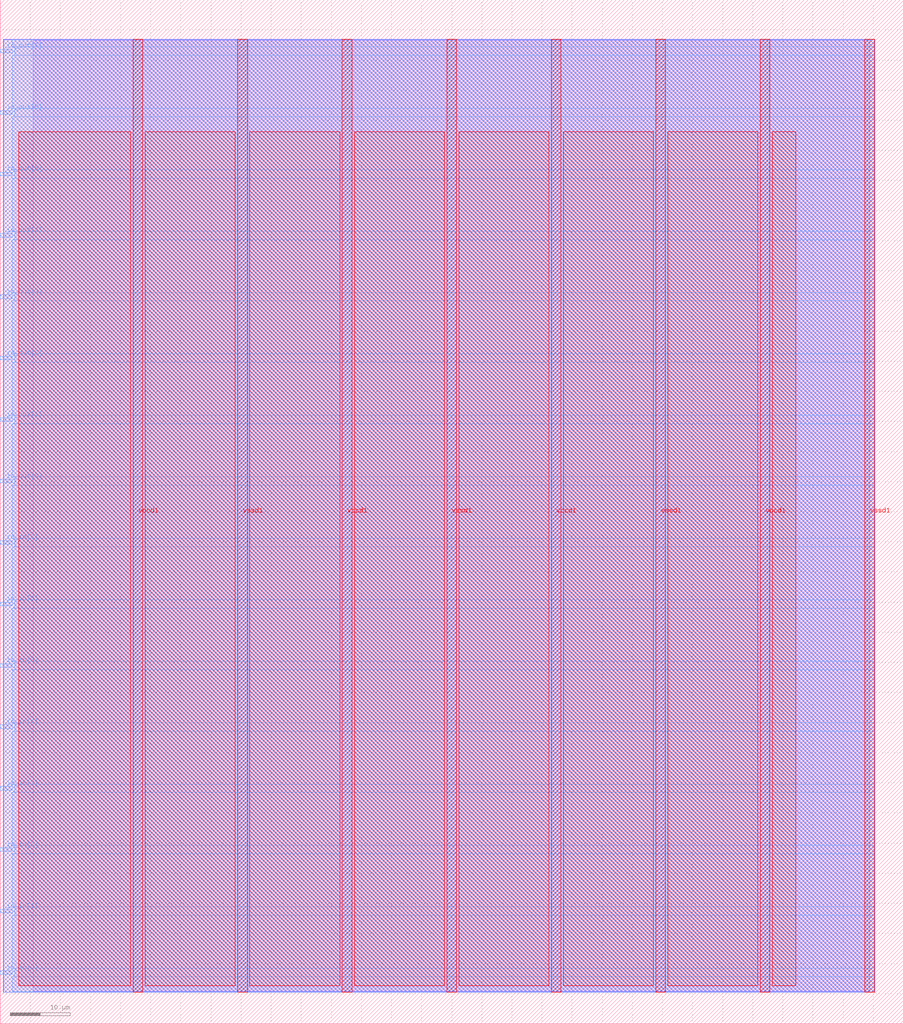
<source format=lef>
VERSION 5.7 ;
  NOWIREEXTENSIONATPIN ON ;
  DIVIDERCHAR "/" ;
  BUSBITCHARS "[]" ;
MACRO jar_pi
  CLASS BLOCK ;
  FOREIGN jar_pi ;
  ORIGIN 0.000 0.000 ;
  SIZE 150.000 BY 170.000 ;
  PIN io_in[0]
    DIRECTION INPUT ;
    USE SIGNAL ;
    PORT
      LAYER met3 ;
        RECT 0.000 8.200 2.000 8.800 ;
    END
  END io_in[0]
  PIN io_in[1]
    DIRECTION INPUT ;
    USE SIGNAL ;
    PORT
      LAYER met3 ;
        RECT 0.000 18.400 2.000 19.000 ;
    END
  END io_in[1]
  PIN io_in[2]
    DIRECTION INPUT ;
    USE SIGNAL ;
    PORT
      LAYER met3 ;
        RECT 0.000 28.600 2.000 29.200 ;
    END
  END io_in[2]
  PIN io_in[3]
    DIRECTION INPUT ;
    USE SIGNAL ;
    PORT
      LAYER met3 ;
        RECT 0.000 38.800 2.000 39.400 ;
    END
  END io_in[3]
  PIN io_in[4]
    DIRECTION INPUT ;
    USE SIGNAL ;
    PORT
      LAYER met3 ;
        RECT 0.000 49.000 2.000 49.600 ;
    END
  END io_in[4]
  PIN io_in[5]
    DIRECTION INPUT ;
    USE SIGNAL ;
    PORT
      LAYER met3 ;
        RECT 0.000 59.200 2.000 59.800 ;
    END
  END io_in[5]
  PIN io_in[6]
    DIRECTION INPUT ;
    USE SIGNAL ;
    PORT
      LAYER met3 ;
        RECT 0.000 69.400 2.000 70.000 ;
    END
  END io_in[6]
  PIN io_in[7]
    DIRECTION INPUT ;
    USE SIGNAL ;
    PORT
      LAYER met3 ;
        RECT 0.000 79.600 2.000 80.200 ;
    END
  END io_in[7]
  PIN io_out[0]
    DIRECTION OUTPUT TRISTATE ;
    USE SIGNAL ;
    PORT
      LAYER met3 ;
        RECT 0.000 89.800 2.000 90.400 ;
    END
  END io_out[0]
  PIN io_out[1]
    DIRECTION OUTPUT TRISTATE ;
    USE SIGNAL ;
    PORT
      LAYER met3 ;
        RECT 0.000 100.000 2.000 100.600 ;
    END
  END io_out[1]
  PIN io_out[2]
    DIRECTION OUTPUT TRISTATE ;
    USE SIGNAL ;
    PORT
      LAYER met3 ;
        RECT 0.000 110.200 2.000 110.800 ;
    END
  END io_out[2]
  PIN io_out[3]
    DIRECTION OUTPUT TRISTATE ;
    USE SIGNAL ;
    PORT
      LAYER met3 ;
        RECT 0.000 120.400 2.000 121.000 ;
    END
  END io_out[3]
  PIN io_out[4]
    DIRECTION OUTPUT TRISTATE ;
    USE SIGNAL ;
    PORT
      LAYER met3 ;
        RECT 0.000 130.600 2.000 131.200 ;
    END
  END io_out[4]
  PIN io_out[5]
    DIRECTION OUTPUT TRISTATE ;
    USE SIGNAL ;
    PORT
      LAYER met3 ;
        RECT 0.000 140.800 2.000 141.400 ;
    END
  END io_out[5]
  PIN io_out[6]
    DIRECTION OUTPUT TRISTATE ;
    USE SIGNAL ;
    PORT
      LAYER met3 ;
        RECT 0.000 151.000 2.000 151.600 ;
    END
  END io_out[6]
  PIN io_out[7]
    DIRECTION OUTPUT TRISTATE ;
    USE SIGNAL ;
    PORT
      LAYER met3 ;
        RECT 0.000 161.200 2.000 161.800 ;
    END
  END io_out[7]
  PIN vccd1
    DIRECTION INOUT ;
    USE POWER ;
    PORT
      LAYER met4 ;
        RECT 22.085 5.200 23.685 163.440 ;
    END
    PORT
      LAYER met4 ;
        RECT 56.815 5.200 58.415 163.440 ;
    END
    PORT
      LAYER met4 ;
        RECT 91.545 5.200 93.145 163.440 ;
    END
    PORT
      LAYER met4 ;
        RECT 126.275 5.200 127.875 163.440 ;
    END
  END vccd1
  PIN vssd1
    DIRECTION INOUT ;
    USE GROUND ;
    PORT
      LAYER met4 ;
        RECT 39.450 5.200 41.050 163.440 ;
    END
    PORT
      LAYER met4 ;
        RECT 74.180 5.200 75.780 163.440 ;
    END
    PORT
      LAYER met4 ;
        RECT 108.910 5.200 110.510 163.440 ;
    END
    PORT
      LAYER met4 ;
        RECT 143.640 5.200 145.240 163.440 ;
    END
  END vssd1
  OBS
      LAYER li1 ;
        RECT 5.520 5.355 144.440 163.285 ;
      LAYER met1 ;
        RECT 0.530 5.200 145.240 163.440 ;
      LAYER met2 ;
        RECT 0.560 5.255 145.210 163.385 ;
      LAYER met3 ;
        RECT 2.000 162.200 145.230 163.365 ;
        RECT 2.400 160.800 145.230 162.200 ;
        RECT 2.000 152.000 145.230 160.800 ;
        RECT 2.400 150.600 145.230 152.000 ;
        RECT 2.000 141.800 145.230 150.600 ;
        RECT 2.400 140.400 145.230 141.800 ;
        RECT 2.000 131.600 145.230 140.400 ;
        RECT 2.400 130.200 145.230 131.600 ;
        RECT 2.000 121.400 145.230 130.200 ;
        RECT 2.400 120.000 145.230 121.400 ;
        RECT 2.000 111.200 145.230 120.000 ;
        RECT 2.400 109.800 145.230 111.200 ;
        RECT 2.000 101.000 145.230 109.800 ;
        RECT 2.400 99.600 145.230 101.000 ;
        RECT 2.000 90.800 145.230 99.600 ;
        RECT 2.400 89.400 145.230 90.800 ;
        RECT 2.000 80.600 145.230 89.400 ;
        RECT 2.400 79.200 145.230 80.600 ;
        RECT 2.000 70.400 145.230 79.200 ;
        RECT 2.400 69.000 145.230 70.400 ;
        RECT 2.000 60.200 145.230 69.000 ;
        RECT 2.400 58.800 145.230 60.200 ;
        RECT 2.000 50.000 145.230 58.800 ;
        RECT 2.400 48.600 145.230 50.000 ;
        RECT 2.000 39.800 145.230 48.600 ;
        RECT 2.400 38.400 145.230 39.800 ;
        RECT 2.000 29.600 145.230 38.400 ;
        RECT 2.400 28.200 145.230 29.600 ;
        RECT 2.000 19.400 145.230 28.200 ;
        RECT 2.400 18.000 145.230 19.400 ;
        RECT 2.000 9.200 145.230 18.000 ;
        RECT 2.400 7.800 145.230 9.200 ;
        RECT 2.000 5.275 145.230 7.800 ;
      LAYER met4 ;
        RECT 3.055 6.295 21.685 148.065 ;
        RECT 24.085 6.295 39.050 148.065 ;
        RECT 41.450 6.295 56.415 148.065 ;
        RECT 58.815 6.295 73.780 148.065 ;
        RECT 76.180 6.295 91.145 148.065 ;
        RECT 93.545 6.295 108.510 148.065 ;
        RECT 110.910 6.295 125.875 148.065 ;
        RECT 128.275 6.295 132.185 148.065 ;
  END
END jar_pi
END LIBRARY


</source>
